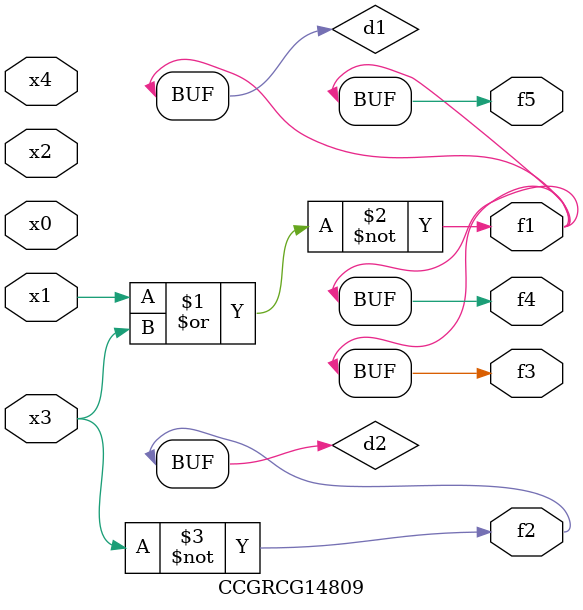
<source format=v>
module CCGRCG14809(
	input x0, x1, x2, x3, x4,
	output f1, f2, f3, f4, f5
);

	wire d1, d2;

	nor (d1, x1, x3);
	not (d2, x3);
	assign f1 = d1;
	assign f2 = d2;
	assign f3 = d1;
	assign f4 = d1;
	assign f5 = d1;
endmodule

</source>
